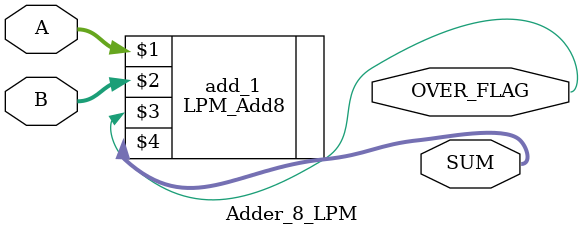
<source format=v>
module Adder_8_LPM (A, B, SUM, OVER_FLAG);

	input [7:0] A, B;
	output OVER_FLAG;
	output [7:0] SUM;
	
	LPM_Add8 add_1 (A, B, OVER_FLAG, SUM);
endmodule


</source>
